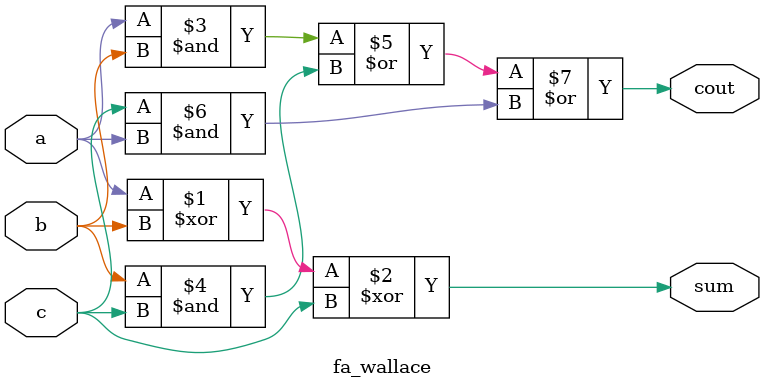
<source format=v>
module fa_wallace(a,b,c,sum,cout);
input a,b,c;
output sum,cout;

assign sum=a^b^c;
assign cout=(a&b) | (b&c) | (c&a);

endmodule

</source>
